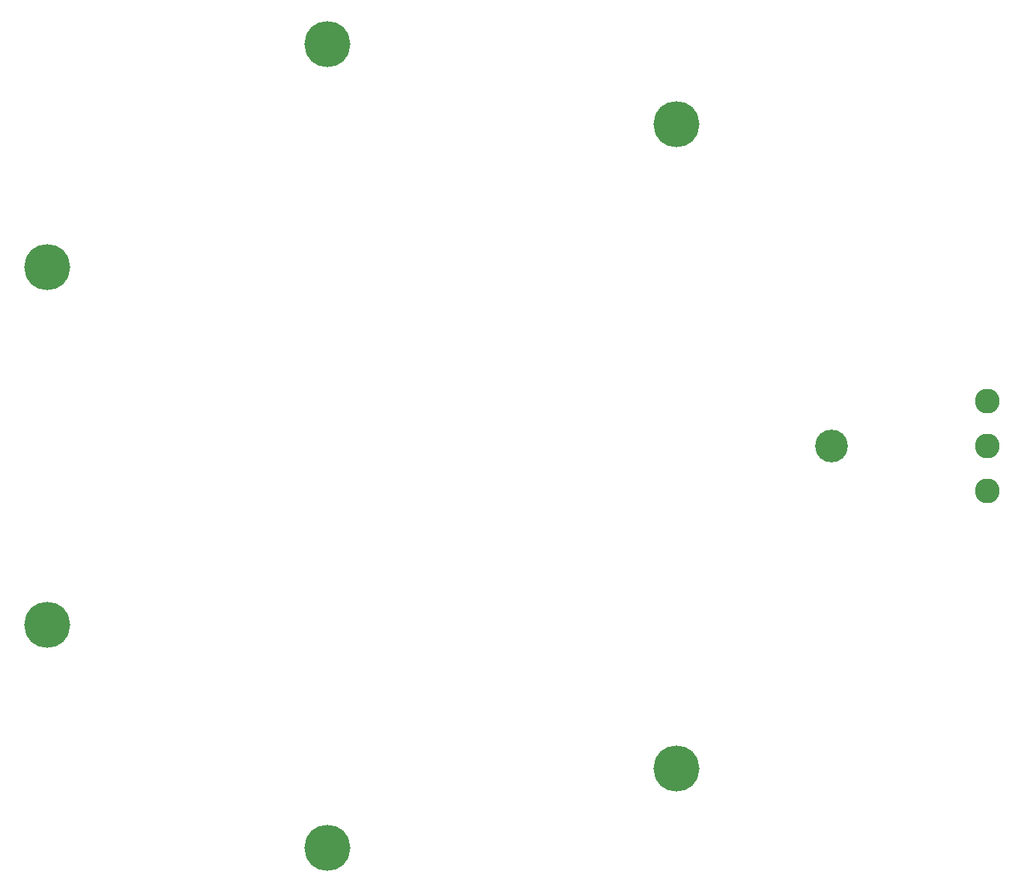
<source format=gbs>
G04 Layer_Color=16711935*
%FSLAX44Y44*%
%MOMM*%
G71*
G01*
G75*
%ADD95C,2.8032*%
%ADD96C,5.2032*%
%ADD97C,3.7032*%
D95*
X642000Y0D02*
D03*
Y50800D02*
D03*
Y-50800D02*
D03*
D96*
X-103739Y454511D02*
D03*
X290671Y364490D02*
D03*
X-420032Y202277D02*
D03*
Y-202277D02*
D03*
X-103739Y-454511D02*
D03*
X290671Y-364490D02*
D03*
D97*
X466200Y0D02*
D03*
M02*

</source>
